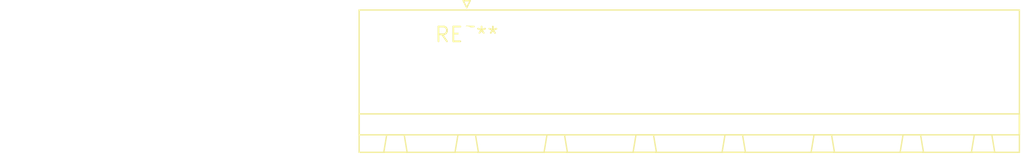
<source format=kicad_pcb>
(kicad_pcb (version 20240108) (generator pcbnew)
  (layers (0 "F.Cu" signal) (31 "B.Cu" signal) (34 "B.Paste" user) (35 "F.Paste" user) (36 "B.SilkS" user "B.Silkscreen") (37 "F.SilkS" user "F.Silkscreen") (38 "B.Mask" user) (39 "F.Mask" user) (44 "Edge.Cuts" user))
  (net 0 "")
  (footprint "PhoenixContact_GMSTB_2,5_6-GF-7,62_1x06_P7.62mm_Horizontal_ThreadedFlange" (layer "F.Cu") (at 0 0)
    (property "Reference" "REF**")
    (property "Value" "PhoenixContact_GMSTB_2,5_6-GF-7,62_1x06_P7.62mm_Horizontal_ThreadedFlange")
    (fp_line (start -9.21 -2.11) (end -9.21 10.11) (layer "F.SilkS") (stroke (width 0.12)))
    (fp_line (start -9.21 6.81) (end 47.31 6.81) (layer "F.SilkS") (stroke (width 0.12)))
    (fp_line (start -9.21 8.61) (end -9.21 6.81) (layer "F.SilkS") (stroke (width 0.12)))
    (fp_line (start -9.21 10.11) (end 47.31 10.11) (layer "F.SilkS") (stroke (width 0.12)))
    (fp_line (start -7.1 10.11) (end -5.1 10.11) (layer "F.SilkS") (stroke (width 0.12)))
    (fp_line (start -6.85 8.61) (end -7.1 10.11) (layer "F.SilkS") (stroke (width 0.12)))
    (fp_line (start -5.35 8.61) (end -6.85 8.61) (layer "F.SilkS") (stroke (width 0.12)))
    (fp_line (start -5.1 10.11) (end -5.35 8.61) (layer "F.SilkS") (stroke (width 0.12)))
    (fp_line (start -1 10.11) (end 1 10.11) (layer "F.SilkS") (stroke (width 0.12)))
    (fp_line (start -0.75 8.61) (end -1 10.11) (layer "F.SilkS") (stroke (width 0.12)))
    (fp_line (start -0.3 -2.91) (end 0.3 -2.91) (layer "F.SilkS") (stroke (width 0.12)))
    (fp_line (start 0 -2.31) (end -0.3 -2.91) (layer "F.SilkS") (stroke (width 0.12)))
    (fp_line (start 0.3 -2.91) (end 0 -2.31) (layer "F.SilkS") (stroke (width 0.12)))
    (fp_line (start 0.75 8.61) (end -0.75 8.61) (layer "F.SilkS") (stroke (width 0.12)))
    (fp_line (start 1 10.11) (end 0.75 8.61) (layer "F.SilkS") (stroke (width 0.12)))
    (fp_line (start 6.62 10.11) (end 8.62 10.11) (layer "F.SilkS") (stroke (width 0.12)))
    (fp_line (start 6.87 8.61) (end 6.62 10.11) (layer "F.SilkS") (stroke (width 0.12)))
    (fp_line (start 8.37 8.61) (end 6.87 8.61) (layer "F.SilkS") (stroke (width 0.12)))
    (fp_line (start 8.62 10.11) (end 8.37 8.61) (layer "F.SilkS") (stroke (width 0.12)))
    (fp_line (start 14.24 10.11) (end 16.24 10.11) (layer "F.SilkS") (stroke (width 0.12)))
    (fp_line (start 14.49 8.61) (end 14.24 10.11) (layer "F.SilkS") (stroke (width 0.12)))
    (fp_line (start 15.99 8.61) (end 14.49 8.61) (layer "F.SilkS") (stroke (width 0.12)))
    (fp_line (start 16.24 10.11) (end 15.99 8.61) (layer "F.SilkS") (stroke (width 0.12)))
    (fp_line (start 21.86 10.11) (end 23.86 10.11) (layer "F.SilkS") (stroke (width 0.12)))
    (fp_line (start 22.11 8.61) (end 21.86 10.11) (layer "F.SilkS") (stroke (width 0.12)))
    (fp_line (start 23.61 8.61) (end 22.11 8.61) (layer "F.SilkS") (stroke (width 0.12)))
    (fp_line (start 23.86 10.11) (end 23.61 8.61) (layer "F.SilkS") (stroke (width 0.12)))
    (fp_line (start 29.48 10.11) (end 31.48 10.11) (layer "F.SilkS") (stroke (width 0.12)))
    (fp_line (start 29.73 8.61) (end 29.48 10.11) (layer "F.SilkS") (stroke (width 0.12)))
    (fp_line (start 31.23 8.61) (end 29.73 8.61) (layer "F.SilkS") (stroke (width 0.12)))
    (fp_line (start 31.48 10.11) (end 31.23 8.61) (layer "F.SilkS") (stroke (width 0.12)))
    (fp_line (start 37.1 10.11) (end 39.1 10.11) (layer "F.SilkS") (stroke (width 0.12)))
    (fp_line (start 37.35 8.61) (end 37.1 10.11) (layer "F.SilkS") (stroke (width 0.12)))
    (fp_line (start 38.85 8.61) (end 37.35 8.61) (layer "F.SilkS") (stroke (width 0.12)))
    (fp_line (start 39.1 10.11) (end 38.85 8.61) (layer "F.SilkS") (stroke (width 0.12)))
    (fp_line (start 43.2 10.11) (end 45.2 10.11) (layer "F.SilkS") (stroke (width 0.12)))
    (fp_line (start 43.45 8.61) (end 43.2 10.11) (layer "F.SilkS") (stroke (width 0.12)))
    (fp_line (start 44.95 8.61) (end 43.45 8.61) (layer "F.SilkS") (stroke (width 0.12)))
    (fp_line (start 45.2 10.11) (end 44.95 8.61) (layer "F.SilkS") (stroke (width 0.12)))
    (fp_line (start 47.31 -2.11) (end -9.21 -2.11) (layer "F.SilkS") (stroke (width 0.12)))
    (fp_line (start 47.31 6.81) (end 47.31 8.61) (layer "F.SilkS") (stroke (width 0.12)))
    (fp_line (start 47.31 8.61) (end -9.21 8.61) (layer "F.SilkS") (stroke (width 0.12)))
    (fp_line (start 47.31 10.11) (end 47.31 -2.11) (layer "F.SilkS") (stroke (width 0.12)))
    (pad "1" thru_hole roundrect (at 0 0) (size 2.1 3.6) (drill 1.4) (layers *.Cu *.Mask) (remove_unused_layers) (roundrect_rratio 0.119048))
    (pad "2" thru_hole oval (at 7.62 0) (size 2.1 3.6) (drill 1.4) (layers *.Cu *.Mask) (remove_unused_layers))
    (pad "3" thru_hole oval (at 15.24 0) (size 2.1 3.6) (drill 1.4) (layers *.Cu *.Mask) (remove_unused_layers))
    (pad "4" thru_hole oval (at 22.86 0) (size 2.1 3.6) (drill 1.4) (layers *.Cu *.Mask) (remove_unused_layers))
    (pad "5" thru_hole oval (at 30.48 0) (size 2.1 3.6) (drill 1.4) (layers *.Cu *.Mask) (remove_unused_layers))
    (pad "6" thru_hole oval (at 38.1 0) (size 2.1 3.6) (drill 1.4) (layers *.Cu *.Mask) (remove_unused_layers))
  )
)
</source>
